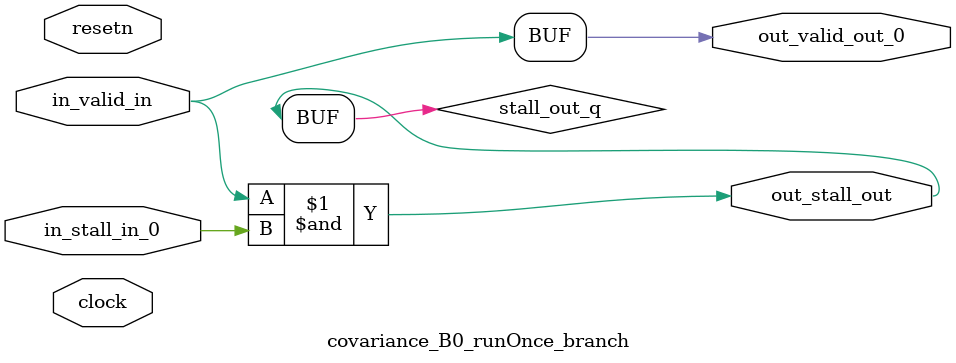
<source format=sv>



(* altera_attribute = "-name AUTO_SHIFT_REGISTER_RECOGNITION OFF; -name MESSAGE_DISABLE 10036; -name MESSAGE_DISABLE 10037; -name MESSAGE_DISABLE 14130; -name MESSAGE_DISABLE 14320; -name MESSAGE_DISABLE 15400; -name MESSAGE_DISABLE 14130; -name MESSAGE_DISABLE 10036; -name MESSAGE_DISABLE 12020; -name MESSAGE_DISABLE 12030; -name MESSAGE_DISABLE 12010; -name MESSAGE_DISABLE 12110; -name MESSAGE_DISABLE 14320; -name MESSAGE_DISABLE 13410; -name MESSAGE_DISABLE 113007; -name MESSAGE_DISABLE 10958" *)
module covariance_B0_runOnce_branch (
    input wire [0:0] in_stall_in_0,
    input wire [0:0] in_valid_in,
    output wire [0:0] out_stall_out,
    output wire [0:0] out_valid_out_0,
    input wire clock,
    input wire resetn
    );

    wire [0:0] stall_out_q;


    // stall_out(LOGICAL,6)
    assign stall_out_q = in_valid_in & in_stall_in_0;

    // out_stall_out(GPOUT,4)
    assign out_stall_out = stall_out_q;

    // out_valid_out_0(GPOUT,5)
    assign out_valid_out_0 = in_valid_in;

endmodule

</source>
